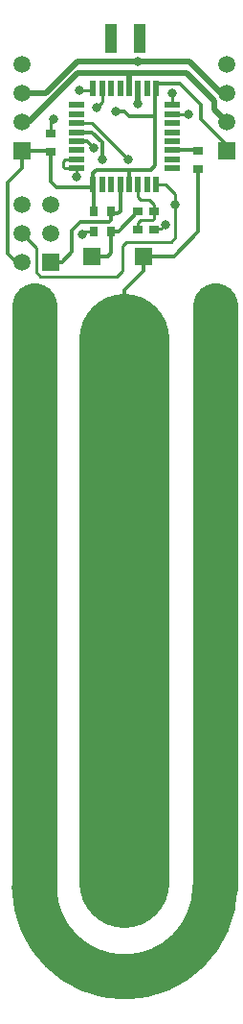
<source format=gtl>
G04*
G04 #@! TF.GenerationSoftware,Altium Limited,Altium Designer,21.0.8 (223)*
G04*
G04 Layer_Physical_Order=1*
G04 Layer_Color=255*
%FSLAX25Y25*%
%MOIN*%
G70*
G04*
G04 #@! TF.SameCoordinates,D91FEFE4-16E7-4BF4-AD38-342E90C75360*
G04*
G04*
G04 #@! TF.FilePolarity,Positive*
G04*
G01*
G75*
%ADD11C,0.00984*%
%ADD12C,0.01000*%
%ADD16C,0.01181*%
%ADD18R,0.03937X0.09843*%
%ADD19R,0.05709X0.02165*%
%ADD20R,0.02165X0.05709*%
%ADD21R,0.03543X0.02756*%
%ADD22R,0.02756X0.03543*%
%ADD23R,0.05906X0.05906*%
%ADD33C,0.15748*%
%ADD34C,0.01968*%
%ADD35C,0.31496*%
%ADD36C,0.05906*%
%ADD37R,0.05906X0.05906*%
%ADD38C,0.03150*%
D11*
X59941Y-32126D02*
X65374D01*
X31776Y-35276D02*
X44500Y-48000D01*
X26673Y-35276D02*
X31776D01*
D12*
X26650Y-51000D02*
X26673Y-51024D01*
X22000Y-50414D02*
X22586Y-51000D01*
X22000Y-50414D02*
Y-48500D01*
X22586Y-51000D02*
X26650D01*
X22626Y-47874D02*
X26673D01*
X22000Y-48500D02*
X22626Y-47874D01*
X14000Y-88500D02*
X40500D01*
X42500Y-86500D01*
Y-78000D01*
X44000Y-76500D01*
X53500Y-68500D02*
Y-65890D01*
X59941Y-28976D02*
Y-25032D01*
X53500Y-72000D02*
X56000D01*
X28500Y-74000D02*
X29500Y-73000D01*
X33500Y-30000D02*
X35433Y-28067D01*
X27500Y-24000D02*
X31650D01*
X17500Y-35000D02*
X18500Y-34000D01*
X17500Y-38890D02*
Y-35000D01*
X12500Y-87000D02*
X14000Y-88500D01*
X12500Y-87000D02*
Y-78500D01*
X7500Y-73500D02*
X12500Y-78500D01*
X44000Y-76500D02*
X59500D01*
X61032Y-74968D01*
Y-63532D01*
X56000Y-72000D02*
X57500Y-70500D01*
X29500Y-73000D02*
X32390D01*
X61000Y-63500D02*
Y-60000D01*
X57634Y-56634D02*
X61000Y-60000D01*
X54331Y-56634D02*
X57634D01*
X35433Y-28067D02*
Y-23366D01*
X31650Y-24000D02*
X32283Y-23366D01*
X26673Y-53827D02*
Y-51024D01*
X48031Y-61032D02*
Y-56634D01*
X48000Y-72110D02*
Y-70000D01*
X53000Y-69000D02*
X53500Y-68500D01*
X49000Y-69000D02*
X53000D01*
X48000Y-70000D02*
X49000Y-69000D01*
X48031Y-61032D02*
X49000Y-62000D01*
X52000D01*
X53500Y-63500D01*
Y-65890D02*
Y-63500D01*
D16*
X50000Y-86500D02*
Y-81500D01*
X43307Y-93193D02*
X50000Y-86500D01*
X43307Y-110236D02*
Y-93193D01*
X38610Y-66500D02*
Y-66000D01*
Y-66500D02*
X41000D01*
X38610Y-68890D02*
Y-66500D01*
X41000D02*
X41732Y-65768D01*
X38000Y-69500D02*
X38610Y-68890D01*
X28000Y-69500D02*
X38000D01*
X41732Y-65768D02*
Y-56634D01*
X38788Y-72822D02*
X41068D01*
X38610Y-73000D02*
X38788Y-72822D01*
X41068D02*
X48000Y-65890D01*
X54000Y-21500D02*
X62500D01*
X54000Y-33000D02*
Y-21500D01*
X19500Y-57500D02*
X32390D01*
Y-66000D02*
Y-57500D01*
Y-66500D02*
Y-66000D01*
X69000Y-73000D02*
Y-51110D01*
X60500Y-81500D02*
X69000Y-73000D01*
X50000Y-81500D02*
X60500D01*
X7500Y-51000D02*
Y-45000D01*
X2500Y-56000D02*
X7500Y-51000D01*
X2500Y-80500D02*
Y-56000D01*
Y-80500D02*
X5500Y-83500D01*
X7500D01*
X25000Y-80000D02*
Y-72500D01*
X21500Y-83500D02*
X25000Y-80000D01*
X17500Y-83500D02*
X21500D01*
X25000Y-72500D02*
X28000Y-69500D01*
X38610Y-80390D02*
Y-73000D01*
X62500Y-21500D02*
X70000Y-29000D01*
Y-34000D02*
Y-29000D01*
Y-34000D02*
X79000Y-43000D01*
X54000Y-50000D02*
Y-33000D01*
X45000D02*
X54000D01*
X43291Y-31291D02*
X45000Y-33000D01*
X40291Y-31291D02*
X43291D01*
X79000Y-45000D02*
Y-43000D01*
X52500Y-51500D02*
X54000Y-50000D01*
X44882Y-51500D02*
X52500D01*
X44882Y-56634D02*
Y-51500D01*
X33500D02*
X44882D01*
X32390Y-57500D02*
Y-56740D01*
X17500Y-55500D02*
X19500Y-57500D01*
X17500Y-55500D02*
Y-45110D01*
X17390Y-45000D02*
X17500Y-45110D01*
X7500Y-45000D02*
X17390D01*
X32283Y-56634D02*
Y-52716D01*
X33500Y-51500D01*
X26673Y-41575D02*
X30075D01*
X32500Y-44000D01*
X35500Y-48000D02*
Y-42000D01*
X31925Y-38425D02*
X35500Y-42000D01*
X26673Y-38425D02*
X31925D01*
X59941Y-44724D02*
X68835D01*
X37500Y-81500D02*
X38610Y-80390D01*
X32000Y-81500D02*
X37500D01*
X32283Y-56634D02*
X32390Y-56740D01*
X68835Y-44724D02*
X69000Y-44890D01*
D18*
X48500Y-6000D02*
D03*
X38500D02*
D03*
D19*
X26673Y-51024D02*
D03*
Y-47874D02*
D03*
Y-44724D02*
D03*
Y-41575D02*
D03*
Y-38425D02*
D03*
Y-35276D02*
D03*
Y-32126D02*
D03*
Y-28976D02*
D03*
X59941D02*
D03*
Y-32126D02*
D03*
Y-35276D02*
D03*
Y-38425D02*
D03*
Y-41575D02*
D03*
Y-44724D02*
D03*
Y-47874D02*
D03*
Y-51024D02*
D03*
D20*
X32283Y-23366D02*
D03*
X35433D02*
D03*
X38583D02*
D03*
X41732D02*
D03*
X44882D02*
D03*
X48031D02*
D03*
X51181D02*
D03*
X54331D02*
D03*
Y-56634D02*
D03*
X51181D02*
D03*
X48031D02*
D03*
X44882D02*
D03*
X41732D02*
D03*
X38583D02*
D03*
X35433D02*
D03*
X32283D02*
D03*
D21*
X48000Y-72110D02*
D03*
Y-65890D02*
D03*
X53500D02*
D03*
Y-72110D02*
D03*
X69000Y-44890D02*
D03*
Y-51110D02*
D03*
X17500Y-38890D02*
D03*
Y-45110D02*
D03*
D22*
X32390Y-66000D02*
D03*
X38610D02*
D03*
X38610Y-73000D02*
D03*
X32390D02*
D03*
D23*
X50000Y-81500D02*
D03*
X32000D02*
D03*
D33*
X11811Y-300500D02*
G03*
X74803Y-300500I31496J423D01*
G01*
Y-98425D01*
X11811Y-300500D02*
Y-98425D01*
D34*
X45000Y-18000D02*
X65000D01*
X27000D02*
X45000D01*
X44882Y-18118D02*
X45000Y-18000D01*
X44882Y-23366D02*
Y-18118D01*
X48000Y-14000D02*
X66000D01*
X27000D02*
X48000D01*
X66000D02*
X77000Y-25000D01*
X16000D02*
X27000Y-14000D01*
X48031Y-28500D02*
Y-23366D01*
X74500Y-30500D02*
X79000Y-35000D01*
X74500Y-30500D02*
Y-27500D01*
X65000Y-18000D02*
X74500Y-27500D01*
X10000Y-35000D02*
X27000Y-18000D01*
X7500Y-35000D02*
X10000D01*
X7500Y-25000D02*
X16000D01*
X77000D02*
X79000D01*
D35*
X43307Y-299000D02*
Y-110236D01*
D36*
X7500Y-63500D02*
D03*
X17500D02*
D03*
X7500Y-73500D02*
D03*
X17500D02*
D03*
X7500Y-83500D02*
D03*
Y-35000D02*
D03*
Y-25000D02*
D03*
Y-15000D02*
D03*
X79000Y-35000D02*
D03*
Y-25000D02*
D03*
Y-15000D02*
D03*
D37*
X17500Y-83500D02*
D03*
X7500Y-45000D02*
D03*
X79000D02*
D03*
D38*
X38500Y-7000D02*
D03*
X48500D02*
D03*
X18500Y-34000D02*
D03*
X57500Y-70500D02*
D03*
X74803Y-93500D02*
D03*
X11811D02*
D03*
X28532Y-74032D02*
D03*
X61032Y-63532D02*
D03*
X33531Y-30031D02*
D03*
X27531Y-24032D02*
D03*
X65405Y-32157D02*
D03*
X60031Y-25032D02*
D03*
X26705Y-53858D02*
D03*
X40291Y-31291D02*
D03*
X48000Y-14000D02*
D03*
X48031Y-28500D02*
D03*
X32500Y-44000D02*
D03*
X44500Y-48000D02*
D03*
X35500D02*
D03*
M02*

</source>
